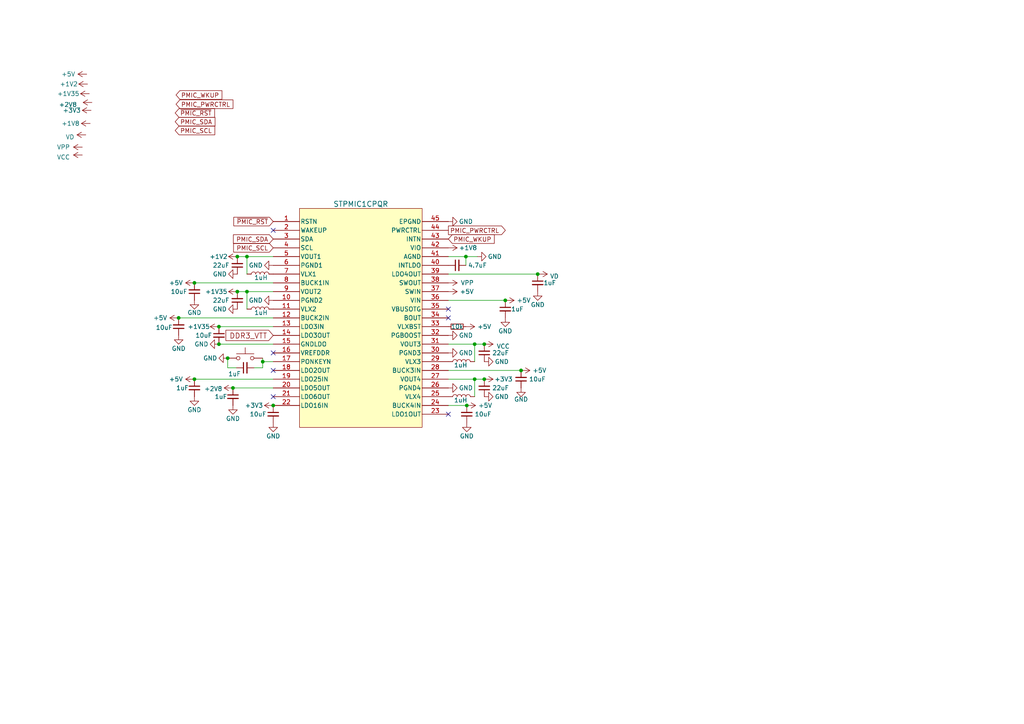
<source format=kicad_sch>
(kicad_sch (version 20231120) (generator "eeschema") (generator_version "8.0")
  (paper "A4")
  (lib_symbols
    (symbol "Device:C_Small" (pin_numbers hide) (pin_names (offset 0.254) hide)
      (property "Reference" "C" (at 0.254 1.778 0))
      (property "Value" "C_Small" (at 0.254 -2.032 0))
      (symbol "C_Small_0_1"
        (polyline (pts (xy -1.524 -0.508) (xy 1.524 -0.508)) (stroke (width 0.3302)))
        (polyline (pts (xy -1.524 0.508) (xy 1.524 0.508)) (stroke (width 0.3048)))
      )
      (symbol "C_Small_1_1"
        (pin passive line (at 0 2.54 270) (length 2.032) (name "~") (number "1"))
        (pin passive line (at 0 -2.54 90) (length 2.032) (name "~") (number "2"))
      )
    )
    (symbol "Device:L" (pin_numbers hide) (pin_names (offset 1.016) hide)
      (property "Reference" "L" (at -1.27 0 90))
      (property "Value" "L" (at 1.905 0 90))
      (symbol "L_0_1"
        (arc (start 0 -2.54) (mid 0.6323 -1.905) (end 0 -1.27))
        (arc (start 0 -1.27) (mid 0.6323 -0.635) (end 0 0))
        (arc (start 0 0) (mid 0.6323 0.635) (end 0 1.27))
        (arc (start 0 1.27) (mid 0.6323 1.905) (end 0 2.54))
      )
      (symbol "L_1_1"
        (pin passive line (at 0 3.81 270) (length 1.27) (name "1") (number "1"))
        (pin passive line (at 0 -3.81 90) (length 1.27) (name "2") (number "2"))
      )
    )
    (symbol "Device:R_Small" (pin_numbers hide) (pin_names (offset 0.254) hide)
      (property "Reference" "R" (at 0.762 0.508 0))
      (property "Value" "R_Small" (at 0.762 -1.016 0))
      (symbol "R_Small_0_1"
        (rectangle (start -0.762 1.778) (end 0.762 -1.778) (stroke (width 0.2032)))
      )
      (symbol "R_Small_1_1"
        (pin passive line (at 0 2.54 270) (length 0.762) (name "~") (number "1"))
        (pin passive line (at 0 -2.54 90) (length 0.762) (name "~") (number "2"))
      )
    )
    (symbol "Switch:SW_Push" (pin_numbers hide) (pin_names (offset 1.016) hide)
      (property "Reference" "SW" (at 1.27 2.54 0))
      (property "Value" "SW_Push" (at 0 -1.524 0))
      (symbol "SW_Push_0_1"
        (circle (center -2.032 0) (radius 0.508))
        (polyline (pts (xy 0 1.27) (xy 0 3.048)))
        (polyline (pts (xy 2.54 1.27) (xy -2.54 1.27)))
        (circle (center 2.032 0) (radius 0.508))
        (pin passive line (at -5.08 0 0) (length 2.54) (name "1") (number "1"))
        (pin passive line (at 5.08 0 180) (length 2.54) (name "2") (number "2"))
      )
    )
    (symbol "new shii:STPMIC1CPQR" (pin_names (offset 0.254))
      (property "Reference" "U" (at 25.4 10.16 0))
      (property "Value" "STPMIC1CPQR" (at 25.4 7.62 0))
      (symbol "STPMIC1CPQR_0_1"
        (pin bidirectional line (at 0 0 0) (length 7.62) (name "RSTN") (number "1"))
        (pin power_in line (at 0 -22.86 0) (length 7.62) (name "PGND2") (number "10"))
        (pin output line (at 0 -25.4 0) (length 7.62) (name "VLX2") (number "11"))
        (pin input line (at 0 -27.94 0) (length 7.62) (name "BUCK2IN") (number "12"))
        (pin input line (at 0 -30.48 0) (length 7.62) (name "LDO3IN") (number "13"))
        (pin output line (at 0 -33.02 0) (length 7.62) (name "LDO3OUT") (number "14"))
        (pin power_in line (at 0 -35.56 0) (length 7.62) (name "GNDLDO") (number "15"))
        (pin output line (at 0 -38.1 0) (length 7.62) (name "VREFDDR") (number "16"))
        (pin input line (at 0 -40.64 0) (length 7.62) (name "PONKEYN") (number "17"))
        (pin output line (at 0 -43.18 0) (length 7.62) (name "LDO2OUT") (number "18"))
        (pin input line (at 0 -45.72 0) (length 7.62) (name "LDO25IN") (number "19"))
        (pin input line (at 0 -2.54 0) (length 7.62) (name "WAKEUP") (number "2"))
        (pin output line (at 0 -48.26 0) (length 7.62) (name "LDO5OUT") (number "20"))
        (pin output line (at 0 -50.8 0) (length 7.62) (name "LDO6OUT") (number "21"))
        (pin input line (at 0 -53.34 0) (length 7.62) (name "LDO16IN") (number "22"))
        (pin output line (at 50.8 -55.88 180) (length 7.62) (name "LDO1OUT") (number "23"))
        (pin input line (at 50.8 -53.34 180) (length 7.62) (name "BUCK4IN") (number "24"))
        (pin output line (at 50.8 -50.8 180) (length 7.62) (name "VLX4") (number "25"))
        (pin power_in line (at 50.8 -48.26 180) (length 7.62) (name "PGND4") (number "26"))
        (pin output line (at 50.8 -45.72 180) (length 7.62) (name "VOUT4") (number "27"))
        (pin input line (at 50.8 -43.18 180) (length 7.62) (name "BUCK3IN") (number "28"))
        (pin output line (at 50.8 -40.64 180) (length 7.62) (name "VLX3") (number "29"))
        (pin bidirectional line (at 0 -5.08 0) (length 7.62) (name "SDA") (number "3"))
        (pin power_in line (at 50.8 -38.1 180) (length 7.62) (name "PGND3") (number "30"))
        (pin output line (at 50.8 -35.56 180) (length 7.62) (name "VOUT3") (number "31"))
        (pin unspecified line (at 50.8 -33.02 180) (length 7.62) (name "PGBOOST") (number "32"))
        (pin input line (at 50.8 -30.48 180) (length 7.62) (name "VLXBST") (number "33"))
        (pin output line (at 50.8 -27.94 180) (length 7.62) (name "BOUT") (number "34"))
        (pin output line (at 50.8 -25.4 180) (length 7.62) (name "VBUSOTG") (number "35"))
        (pin input line (at 50.8 -22.86 180) (length 7.62) (name "VIN") (number "36"))
        (pin input line (at 50.8 -20.32 180) (length 7.62) (name "SWIN") (number "37"))
        (pin output line (at 50.8 -17.78 180) (length 7.62) (name "SWOUT") (number "38"))
        (pin output line (at 50.8 -15.24 180) (length 7.62) (name "LDO4OUT") (number "39"))
        (pin input line (at 0 -7.62 0) (length 7.62) (name "SCL") (number "4"))
        (pin output line (at 50.8 -12.7 180) (length 7.62) (name "INTLDO") (number "40"))
        (pin power_in line (at 50.8 -10.16 180) (length 7.62) (name "AGND") (number "41"))
        (pin input line (at 50.8 -7.62 180) (length 7.62) (name "VIO") (number "42"))
        (pin output line (at 50.8 -5.08 180) (length 7.62) (name "INTN") (number "43"))
        (pin input line (at 50.8 -2.54 180) (length 7.62) (name "PWRCTRL") (number "44"))
        (pin power_out line (at 50.8 0 180) (length 7.62) (name "EPGND") (number "45"))
        (pin output line (at 0 -10.16 0) (length 7.62) (name "VOUT1") (number "5"))
        (pin power_in line (at 0 -12.7 0) (length 7.62) (name "PGND1") (number "6"))
        (pin output line (at 0 -15.24 0) (length 7.62) (name "VLX1") (number "7"))
        (pin input line (at 0 -17.78 0) (length 7.62) (name "BUCK1IN") (number "8"))
        (pin output line (at 0 -20.32 0) (length 7.62) (name "VOUT2") (number "9"))
      )
      (symbol "STPMIC1CPQR_1_1"
        (rectangle (start 7.62 3.81) (end 43.18 -59.69) (fill (type background)))
      )
    )
    (symbol "power:+1V2" (power) (pin_names (offset 0))
      (property "Value" "+1V2" (at 0 3.556 0))
      (symbol "+1V2_0_1"
        (polyline (pts (xy -0.762 1.27) (xy 0 2.54)))
        (polyline (pts (xy 0 0) (xy 0 2.54)))
        (polyline (pts (xy 0 2.54) (xy 0.762 1.27)))
      )
      (symbol "+1V2_1_1"
        (pin power_in line (at 0 0 90) (length 0) hide (name "+1V2") (number "1"))
      )
    )
    (symbol "power:+1V35" (power) (pin_names (offset 0))
      (property "Value" "+1V35" (at 0 3.556 0))
      (symbol "+1V35_0_1"
        (polyline (pts (xy -0.762 1.27) (xy 0 2.54)))
        (polyline (pts (xy 0 0) (xy 0 2.54)))
        (polyline (pts (xy 0 2.54) (xy 0.762 1.27)))
      )
      (symbol "+1V35_1_1"
        (pin power_in line (at 0 0 90) (length 0) hide (name "+1V35") (number "1"))
      )
    )
    (symbol "power:+1V8" (power) (pin_names (offset 0))
      (property "Value" "+1V8" (at 0 3.556 0))
      (symbol "+1V8_0_1"
        (polyline (pts (xy -0.762 1.27) (xy 0 2.54)))
        (polyline (pts (xy 0 0) (xy 0 2.54)))
        (polyline (pts (xy 0 2.54) (xy 0.762 1.27)))
      )
      (symbol "+1V8_1_1"
        (pin power_in line (at 0 0 90) (length 0) hide (name "+1V8") (number "1"))
      )
    )
    (symbol "power:+2V8" (power) (pin_names (offset 0))
      (property "Value" "+2V8" (at 0 3.556 0))
      (symbol "+2V8_0_1"
        (polyline (pts (xy -0.762 1.27) (xy 0 2.54)))
        (polyline (pts (xy 0 0) (xy 0 2.54)))
        (polyline (pts (xy 0 2.54) (xy 0.762 1.27)))
      )
      (symbol "+2V8_1_1"
        (pin power_in line (at 0 0 90) (length 0) hide (name "+2V8") (number "1"))
      )
    )
    (symbol "power:+3V3" (power) (pin_names (offset 0))
      (property "Value" "+3V3" (at 0 3.556 0))
      (symbol "+3V3_0_1"
        (polyline (pts (xy -0.762 1.27) (xy 0 2.54)))
        (polyline (pts (xy 0 0) (xy 0 2.54)))
        (polyline (pts (xy 0 2.54) (xy 0.762 1.27)))
      )
      (symbol "+3V3_1_1"
        (pin power_in line (at 0 0 90) (length 0) hide (name "+3V3") (number "1"))
      )
    )
    (symbol "power:+5V" (power) (pin_names (offset 0))
      (property "Value" "+5V" (at 0 3.556 0))
      (symbol "+5V_0_1"
        (polyline (pts (xy -0.762 1.27) (xy 0 2.54)))
        (polyline (pts (xy 0 0) (xy 0 2.54)))
        (polyline (pts (xy 0 2.54) (xy 0.762 1.27)))
      )
      (symbol "+5V_1_1"
        (pin power_in line (at 0 0 90) (length 0) hide (name "+5V") (number "1"))
      )
    )
    (symbol "power:GND" (power) (pin_names (offset 0))
      (property "Value" "GND" (at 0 -3.81 0))
      (symbol "GND_0_1"
        (polyline (pts (xy 0 0) (xy 0 -1.27) (xy 1.27 -1.27) (xy 0 -2.54) (xy -1.27 -1.27) (xy 0 -1.27)))
      )
      (symbol "GND_1_1"
        (pin power_in line (at 0 0 270) (length 0) hide (name "GND") (number "1"))
      )
    )
    (symbol "power:VCC" (power) (pin_names (offset 0))
      (property "Value" "VCC" (at 0 3.81 0))
      (symbol "VCC_0_1"
        (polyline (pts (xy -0.762 1.27) (xy 0 2.54)))
        (polyline (pts (xy 0 0) (xy 0 2.54)))
        (polyline (pts (xy 0 2.54) (xy 0.762 1.27)))
      )
      (symbol "VCC_1_1"
        (pin power_in line (at 0 0 90) (length 0) hide (name "VCC") (number "1"))
      )
    )
    (symbol "power:VD" (power) (pin_names (offset 0))
      (property "Value" "VD" (at 0 3.81 0))
      (symbol "VD_0_1"
        (polyline (pts (xy -0.762 1.27) (xy 0 2.54)))
        (polyline (pts (xy 0 0) (xy 0 2.54)))
        (polyline (pts (xy 0 2.54) (xy 0.762 1.27)))
      )
      (symbol "VD_1_1"
        (pin power_in line (at 0 0 90) (length 0) hide (name "VD") (number "1"))
      )
    )
    (symbol "power:VPP" (power) (pin_names (offset 0))
      (property "Value" "VPP" (at 0 3.81 0))
      (symbol "VPP_0_1"
        (polyline (pts (xy -0.762 1.27) (xy 0 2.54)))
        (polyline (pts (xy 0 0) (xy 0 2.54)))
        (polyline (pts (xy 0 2.54) (xy 0.762 1.27)))
      )
      (symbol "VPP_1_1"
        (pin power_in line (at 0 0 90) (length 0) hide (name "VPP") (number "1"))
      )
    )
  )
  (junction (at 135.382 117.602))
  (junction (at 151.13 107.442))
  (junction (at 71.628 84.582))
  (junction (at 137.668 109.982))
  (junction (at 140.462 99.822))
  (junction (at 155.956 79.502))
  (junction (at 137.668 99.822))
  (junction (at 68.834 84.582))
  (junction (at 79.248 117.602))
  (junction (at 68.834 74.422))
  (junction (at 66.04 103.886))
  (junction (at 51.816 92.202))
  (junction (at 63.5 94.742))
  (junction (at 146.558 87.122))
  (junction (at 135.128 74.422))
  (junction (at 140.462 109.982))
  (junction (at 56.388 82.042))
  (junction (at 56.388 109.982))
  (junction (at 76.2 104.902))
  (junction (at 67.564 112.522))
  (junction (at 71.628 74.422))
  (junction (at 63.5 99.822))
  (no_connect (at 79.248 115.062))
  (no_connect (at 79.248 66.802))
  (no_connect (at 130.048 89.662))
  (no_connect (at 130.048 120.142))
  (no_connect (at 79.248 102.362))
  (no_connect (at 130.048 92.202))
  (no_connect (at 79.248 107.442))
  (wire (pts (xy 63.5 94.742) (xy 79.248 94.742)))
  (wire (pts (xy 135.128 74.422) (xy 135.128 76.962)))
  (wire (pts (xy 66.04 103.886) (xy 66.04 106.68)))
  (wire (pts (xy 130.048 107.442) (xy 151.13 107.442)))
  (wire (pts (xy 76.2 104.902) (xy 76.2 106.68)))
  (wire (pts (xy 79.248 74.422) (xy 71.628 74.422)))
  (wire (pts (xy 130.048 87.122) (xy 146.558 87.122)))
  (wire (pts (xy 56.388 82.042) (xy 79.248 82.042)))
  (wire (pts (xy 137.668 109.982) (xy 140.462 109.982)))
  (wire (pts (xy 67.564 112.522) (xy 79.248 112.522)))
  (wire (pts (xy 156.21 79.502) (xy 155.956 79.502)))
  (wire (pts (xy 79.248 84.582) (xy 71.628 84.582)))
  (wire (pts (xy 56.388 109.982) (xy 79.248 109.982)))
  (wire (pts (xy 71.628 84.582) (xy 71.628 89.662)))
  (wire (pts (xy 130.048 117.602) (xy 135.382 117.602)))
  (wire (pts (xy 66.04 106.68) (xy 68.58 106.68)))
  (wire (pts (xy 137.668 99.822) (xy 137.668 104.902)))
  (wire (pts (xy 76.2 103.886) (xy 76.2 104.902)))
  (wire (pts (xy 51.816 92.202) (xy 79.248 92.202)))
  (wire (pts (xy 71.628 74.422) (xy 71.628 79.502)))
  (wire (pts (xy 130.048 99.822) (xy 137.668 99.822)))
  (wire (pts (xy 71.628 84.582) (xy 68.834 84.582)))
  (wire (pts (xy 130.048 79.502) (xy 155.956 79.502)))
  (wire (pts (xy 76.2 106.68) (xy 73.66 106.68)))
  (wire (pts (xy 135.128 74.422) (xy 130.048 74.422)))
  (wire (pts (xy 137.668 99.822) (xy 140.462 99.822)))
  (wire (pts (xy 71.628 74.422) (xy 68.834 74.422)))
  (wire (pts (xy 137.668 109.982) (xy 137.668 115.062)))
  (wire (pts (xy 63.5 99.822) (xy 79.248 99.822)))
  (wire (pts (xy 130.048 109.982) (xy 137.668 109.982)))
  (wire (pts (xy 76.2 104.902) (xy 79.248 104.902)))
  (wire (pts (xy 138.43 74.422) (xy 135.128 74.422)))
  (global_label "PMIC_PWRCTRL" (shape input) (at 51.054 30.226 0) (property "Intersheetrefs" "${INTERSHEET_REFS}" (effects (hide yes))))
  (global_label "PMIC_WKUP" (shape input) (at 130.048 69.342 0) (property "Intersheetrefs" "${INTERSHEET_REFS}" (effects (hide yes))))
  (global_label "DDR3_VTT" (shape input) (at 79.248 97.282 180) (effects (font (size 1.524 1.524))) (property "Intersheetrefs" "${INTERSHEET_REFS}" (effects (hide yes))))
  (global_label "PMIC_SDA" (shape input) (at 50.8 35.306 0) (property "Intersheetrefs" "${INTERSHEET_REFS}" (effects (hide yes))))
  (global_label "PMIC_WKUP" (shape input) (at 51.0538 27.5477 0) (property "Intersheetrefs" "${INTERSHEET_REFS}" (effects (hide yes))))
  (global_label "~{PMIC_RST}" (shape input) (at 50.8 32.766 0) (property "Intersheetrefs" "${INTERSHEET_REFS}" (effects (hide yes))))
  (global_label "PMIC_SDA" (shape input) (at 79.248 69.342 180) (property "Intersheetrefs" "${INTERSHEET_REFS}" (effects (hide yes))))
  (global_label "PMIC_SCL" (shape input) (at 50.8 37.846 0) (property "Intersheetrefs" "${INTERSHEET_REFS}" (effects (hide yes))))
  (global_label "~{PMIC_RST}" (shape input) (at 79.248 64.262 180) (property "Intersheetrefs" "${INTERSHEET_REFS}" (effects (hide yes))))
  (global_label "PMIC_PWRCTRL" (shape output) (at 130.048 66.802 0) (property "Intersheetrefs" "${INTERSHEET_REFS}" (effects (hide yes))))
  (global_label "PMIC_SCL" (shape input) (at 79.248 71.882 180) (property "Intersheetrefs" "${INTERSHEET_REFS}" (effects (hide yes))))
  (symbol (lib_id "power:+1V2") (at 68.834 74.422 90) (unit 1)
    (property "Reference" "#PWR065" (effects (hide yes)))
    (property "Value" "+1V2" (at 66.04 74.422 90) (effects (justify left)))
  )
  (symbol (lib_id "power:GND") (at 51.816 97.282 0) (unit 1)
    (property "Reference" "#PWR037" (effects (hide yes)))
    (property "Value" "GND" (at 51.816 101.092 0))
    (instances (project "SYNC_VT" (path "" (reference "#PWR037") (unit 1))) (project "DFTBoard" (path "" (reference "#PWR0155") (unit 1))))
  )
  (symbol (lib_id "Device:C_Small") (at 151.13 109.982 0) (mirror x) (unit 1)
    (property "Reference" "C27" (effects (hide yes)))
    (property "Value" "10uF" (at 153.416 109.982 0) (effects (justify left)))
    (property "Footprint" "Capacitor_SMD:C_0402_1005Metric" (effects (hide yes)))
    (property "Datasheet" "GRM155R60J106ME44D" (effects (hide yes)))
  )
  (symbol (lib_id "Device:L") (at 133.858 104.902 90) (unit 1)
    (property "Reference" "L1" (effects (hide yes)))
    (property "Value" "1uH" (at 133.604 105.918 90))
    (property "Footprint" "Inductor_SMD:L_1008_2520Metric" (effects (hide yes)))
    (property "Datasheet" "MLP2520S1R0MT0S1" (effects (hide yes)))
  )
  (symbol (lib_id "power:GND") (at 67.564 117.602 0) (unit 1)
    (property "Reference" "#PWR072" (effects (hide yes)))
    (property "Value" "GND" (at 67.564 121.412 0))
    (instances (project "SYNC_VT" (path "" (reference "#PWR072") (unit 1))) (project "DFTBoard" (path "" (reference "#PWR0155") (unit 1))))
  )
  (symbol (lib_id "power:GND") (at 130.048 64.262 90) (mirror x) (unit 1)
    (property "Reference" "#PWR068" (effects (hide yes)))
    (property "Value" "GND" (at 135.128 64.262 90))
    (instances (project "SYNC_VT" (path "" (reference "#PWR068") (unit 1))) (project "DFTBoard" (path "" (reference "#PWR0155") (unit 1))))
  )
  (symbol (lib_id "Device:R_Small") (at 132.588 94.742 90) (mirror x) (unit 1)
    (property "Reference" "R35" (effects (hide yes)))
    (property "Value" "10k" (at 132.588 94.742 90))
    (property "Footprint" "Resistor_SMD:R_0805_2012Metric" (effects (hide yes)))
    (property "Datasheet" "0805W8F1002T5E" (effects (hide yes)))
    (property "MFR" "Yageo" (effects (hide yes)))
    (property "MPN" "RT0402BRD0720KL" (effects (hide yes)))
    (property "SPR" "Digikey" (effects (hide yes)))
    (property "SPN" "YAG1388CT-ND" (effects (hide yes)))
    (property "SPURL" "-" (effects (hide yes)))
    (instances (project "SYNC_VT" (path "" (reference "R35") (unit 1))) (project "DFTBoard" (path "" (reference "R?") (unit 1)) (path "" (reference "R25") (unit 1)) (path "" (reference "R?") (unit 1))))
  )
  (symbol (lib_id "Device:C_Small") (at 140.462 102.362 0) (mirror x) (unit 1)
    (property "Reference" "C32" (effects (hide yes)))
    (property "Value" "22uF" (at 142.748 102.362 0) (effects (justify left)))
    (property "Footprint" "Capacitor_SMD:C_0805_2012Metric" (effects (hide yes)))
    (property "Datasheet" "CL21A226MAQNNNE" (effects (hide yes)))
  )
  (symbol (lib_id "power:+5V") (at 135.382 117.602 270) (mirror x) (unit 1)
    (property "Reference" "#PWR040" (effects (hide yes)))
    (property "Value" "+5V" (at 138.684 117.602 90) (effects (justify left)))
  )
  (symbol (lib_id "power:+1V8") (at 26.162 35.814 90) (mirror x) (unit 1)
    (property "Reference" "#PWR081" (effects (hide yes)))
    (property "Value" "+1V8" (at 23.114 35.814 90) (effects (justify left)))
  )
  (symbol (lib_id "power:+1V2") (at 25.4 24.384 90) (unit 1)
    (property "Reference" "#PWR077" (effects (hide yes)))
    (property "Value" "+1V2" (at 22.606 24.384 90) (effects (justify left)))
  )
  (symbol (lib_id "power:VPP") (at 23.876 42.672 90) (mirror x) (unit 1)
    (property "Reference" "#PWR0115" (effects (hide yes)))
    (property "Value" "VPP" (at 20.32 42.672 90) (effects (justify left)))
  )
  (symbol (lib_id "power:+5V") (at 56.388 82.042 90) (unit 1)
    (property "Reference" "#PWR041" (effects (hide yes)))
    (property "Value" "+5V" (at 53.086 82.042 90) (effects (justify left)))
  )
  (symbol (lib_id "power:GND") (at 151.13 112.522 0) (mirror y) (unit 1)
    (property "Reference" "#PWR042" (effects (hide yes)))
    (property "Value" "GND" (at 151.13 115.824 0))
    (instances (project "SYNC_VT" (path "" (reference "#PWR042") (unit 1))) (project "DFTBoard" (path "" (reference "#PWR0155") (unit 1))))
  )
  (symbol (lib_id "Device:C_Small") (at 135.382 120.142 0) (mirror x) (unit 1)
    (property "Reference" "C26" (effects (hide yes)))
    (property "Value" "10uF" (at 137.668 120.142 0) (effects (justify left)))
    (property "Footprint" "Capacitor_SMD:C_0402_1005Metric" (effects (hide yes)))
    (property "Datasheet" "GRM155R60J106ME44D" (effects (hide yes)))
  )
  (symbol (lib_id "power:+3V3") (at 26.416 32.004 90) (unit 1)
    (property "Reference" "#PWR080" (effects (hide yes)))
    (property "Value" "+3V3" (at 20.828 32.004 90))
    (instances (project "SYNC_VT" (path "" (reference "#PWR080") (unit 1))) (project "DFTBoard" (path "" (reference "#PWR?") (unit 1)) (path "" (reference "#PWR0225") (unit 1))))
  )
  (symbol (lib_id "power:GND") (at 68.834 79.502 270) (unit 1)
    (property "Reference" "#PWR066" (effects (hide yes)))
    (property "Value" "GND" (at 63.754 79.502 90))
    (instances (project "SYNC_VT" (path "" (reference "#PWR066") (unit 1))) (project "DFTBoard" (path "" (reference "#PWR0155") (unit 1))))
  )
  (symbol (lib_id "power:GND") (at 66.04 103.886 270) (unit 1)
    (property "Reference" "#PWR084" (effects (hide yes)))
    (property "Value" "GND" (at 60.96 103.886 90))
    (instances (project "SYNC_VT" (path "" (reference "#PWR084") (unit 1))) (project "DFTBoard" (path "" (reference "#PWR0155") (unit 1))))
  )
  (symbol (lib_id "Device:C_Small") (at 51.816 94.742 180) (unit 1)
    (property "Reference" "C24" (effects (hide yes)))
    (property "Value" "10uF" (at 50.038 94.996 0) (effects (justify left)))
    (property "Footprint" "Capacitor_SMD:C_0402_1005Metric" (effects (hide yes)))
    (property "Datasheet" "GRM155R60J106ME44D" (effects (hide yes)))
  )
  (symbol (lib_id "Device:C_Small") (at 56.388 112.522 0) (unit 1)
    (property "Reference" "C30" (effects (hide yes)))
    (property "Value" "1uF" (at 51.054 112.522 0) (effects (justify left)))
    (property "Footprint" "Capacitor_SMD:C_0402_1005Metric" (effects (hide yes)))
    (property "Datasheet" "CL05A105KA5NQNC" (effects (hide yes)))
  )
  (symbol (lib_id "Device:C_Small") (at 146.558 89.662 0) (mirror y) (unit 1)
    (property "Reference" "C31" (effects (hide yes)))
    (property "Value" "1uF" (at 151.892 89.662 0) (effects (justify left)))
    (property "Footprint" "Capacitor_SMD:C_0402_1005Metric" (effects (hide yes)))
    (property "Datasheet" "CL05A105KA5NQNC" (effects (hide yes)))
  )
  (symbol (lib_id "power:GND") (at 138.43 74.422 90) (mirror x) (unit 1)
    (property "Reference" "#PWR083" (effects (hide yes)))
    (property "Value" "GND" (at 143.51 74.422 90))
    (instances (project "SYNC_VT" (path "" (reference "#PWR083") (unit 1))) (project "DFTBoard" (path "" (reference "#PWR0155") (unit 1))))
  )
  (symbol (lib_id "Device:C_Small") (at 68.834 76.962 180) (unit 1)
    (property "Reference" "C35" (effects (hide yes)))
    (property "Value" "22uF" (at 66.548 76.962 0) (effects (justify left)))
    (property "Footprint" "Capacitor_SMD:C_0805_2012Metric" (effects (hide yes)))
    (property "Datasheet" "CL21A226MAQNNNE" (effects (hide yes)))
  )
  (symbol (lib_id "power:GND") (at 63.5 99.822 270) (unit 1)
    (property "Reference" "#PWR047" (effects (hide yes)))
    (property "Value" "GND" (at 58.42 99.822 90))
    (instances (project "SYNC_VT" (path "" (reference "#PWR047") (unit 1))) (project "DFTBoard" (path "" (reference "#PWR0155") (unit 1))))
  )
  (symbol (lib_id "power:+2V8") (at 67.564 112.522 90) (unit 1)
    (property "Reference" "#PWR071" (effects (hide yes)))
    (property "Value" "+2V8" (at 64.516 112.776 90) (effects (justify left)))
  )
  (symbol (lib_id "power:+5V") (at 135.128 94.742 270) (mirror x) (unit 1)
    (property "Reference" "#PWR044" (effects (hide yes)))
    (property "Value" "+5V" (at 138.43 94.742 90) (effects (justify left)))
  )
  (symbol (lib_id "power:+3V3") (at 140.462 109.982 270) (mirror x) (unit 1)
    (property "Reference" "#PWR060" (effects (hide yes)))
    (property "Value" "+3V3" (at 146.05 109.982 90))
    (instances (project "SYNC_VT" (path "" (reference "#PWR060") (unit 1))) (project "DFTBoard" (path "" (reference "#PWR?") (unit 1)) (path "" (reference "#PWR0225") (unit 1))))
  )
  (symbol (lib_id "power:+5V") (at 25.1655 21.5076 90) (unit 1)
    (property "Reference" "#PWR076" (effects (hide yes)))
    (property "Value" "+5V" (at 21.8635 21.5076 90) (effects (justify left)))
  )
  (symbol (lib_id "power:GND") (at 79.248 122.682 0) (unit 1)
    (property "Reference" "#PWR050" (effects (hide yes)))
    (property "Value" "GND" (at 79.248 126.492 0))
    (instances (project "SYNC_VT" (path "" (reference "#PWR050") (unit 1))) (project "DFTBoard" (path "" (reference "#PWR0155") (unit 1))))
  )
  (symbol (lib_id "Device:C_Small") (at 155.956 82.042 0) (mirror y) (unit 1)
    (property "Reference" "C38" (effects (hide yes)))
    (property "Value" "1uF" (at 161.29 82.042 0) (effects (justify left)))
    (property "Footprint" "Capacitor_SMD:C_0402_1005Metric" (effects (hide yes)))
    (property "Datasheet" "CL05A105KA5NQNC" (effects (hide yes)))
  )
  (symbol (lib_id "power:GND") (at 130.048 97.282 90) (mirror x) (unit 1)
    (property "Reference" "#PWR045" (effects (hide yes)))
    (property "Value" "GND" (at 135.128 97.282 90))
    (instances (project "SYNC_VT" (path "" (reference "#PWR045") (unit 1))) (project "DFTBoard" (path "" (reference "#PWR0155") (unit 1))))
  )
  (symbol (lib_id "power:GND") (at 68.834 89.662 270) (unit 1)
    (property "Reference" "#PWR064" (effects (hide yes)))
    (property "Value" "GND" (at 63.754 89.662 90))
    (instances (project "SYNC_VT" (path "" (reference "#PWR064") (unit 1))) (project "DFTBoard" (path "" (reference "#PWR0155") (unit 1))))
  )
  (symbol (lib_id "power:GND") (at 135.382 122.682 0) (mirror y) (unit 1)
    (property "Reference" "#PWR039" (effects (hide yes)))
    (property "Value" "GND" (at 135.382 126.492 0))
    (instances (project "SYNC_VT" (path "" (reference "#PWR039") (unit 1))) (project "DFTBoard" (path "" (reference "#PWR0155") (unit 1))))
  )
  (symbol (lib_id "power:GND") (at 130.048 112.522 90) (mirror x) (unit 1)
    (property "Reference" "#PWR059" (effects (hide yes)))
    (property "Value" "GND" (at 135.128 112.522 90))
    (instances (project "SYNC_VT" (path "" (reference "#PWR059") (unit 1))) (project "DFTBoard" (path "" (reference "#PWR0155") (unit 1))))
  )
  (symbol (lib_id "power:+2V8") (at 26.67 29.718 90) (unit 1)
    (property "Reference" "#PWR079" (effects (hide yes)))
    (property "Value" "+2V8" (at 22.352 30.353 90) (effects (justify left)))
  )
  (symbol (lib_id "Device:L") (at 75.438 89.662 270) (mirror x) (unit 1)
    (property "Reference" "L3" (effects (hide yes)))
    (property "Value" "1uH" (at 75.692 90.678 90))
    (property "Footprint" "Inductor_SMD:L_1008_2520Metric" (effects (hide yes)))
    (property "Datasheet" "MLP2520S1R0MT0S1" (effects (hide yes)))
  )
  (symbol (lib_id "power:+5V") (at 51.816 92.202 90) (unit 1)
    (property "Reference" "#PWR038" (effects (hide yes)))
    (property "Value" "+5V" (at 48.514 92.202 90) (effects (justify left)))
  )
  (symbol (lib_id "power:+1V35") (at 63.5 94.742 90) (unit 1)
    (property "Reference" "#PWR048" (effects (hide yes)))
    (property "Value" "+1V35" (at 57.658 94.742 90))
    (instances (project "SYNC_VT" (path "" (reference "#PWR048") (unit 1))) (project "DFTBoard" (path "" (reference "#PWR0158") (unit 1))))
  )
  (symbol (lib_id "Device:C_Small") (at 56.388 84.582 180) (unit 1)
    (property "Reference" "C25" (effects (hide yes)))
    (property "Value" "10uF" (at 54.356 84.582 0) (effects (justify left)))
    (property "Footprint" "Capacitor_SMD:C_0402_1005Metric" (effects (hide yes)))
    (property "Datasheet" "GRM155R60J106ME44D" (effects (hide yes)))
  )
  (symbol (lib_id "Device:C_Small") (at 71.12 106.68 90) (unit 1)
    (property "Reference" "C40" (effects (hide yes)))
    (property "Value" "1uF" (at 69.85 108.458 90) (effects (justify left)))
    (property "Footprint" "Capacitor_SMD:C_0402_1005Metric" (effects (hide yes)))
    (property "Datasheet" "CL05A105KA5NQNC" (effects (hide yes)))
  )
  (symbol (lib_id "power:+5V") (at 130.048 84.582 270) (mirror x) (unit 1)
    (property "Reference" "#PWR046" (effects (hide yes)))
    (property "Value" "+5V" (at 133.35 84.582 90) (effects (justify left)))
  )
  (symbol (lib_id "Device:L") (at 75.438 79.502 270) (mirror x) (unit 1)
    (property "Reference" "L4" (effects (hide yes)))
    (property "Value" "1uH" (at 75.692 80.518 90))
    (property "Footprint" "Inductor_SMD:L_1008_2520Metric" (effects (hide yes)))
    (property "Datasheet" "MLP2520S1R0MT0S1" (effects (hide yes)))
  )
  (symbol (lib_id "power:+5V") (at 151.13 107.442 270) (mirror x) (unit 1)
    (property "Reference" "#PWR043" (effects (hide yes)))
    (property "Value" "+5V" (at 154.432 107.442 90) (effects (justify left)))
  )
  (symbol (lib_id "power:+3V3") (at 79.248 117.602 90) (unit 1)
    (property "Reference" "#PWR049" (effects (hide yes)))
    (property "Value" "+3V3" (at 73.66 117.602 90))
    (instances (project "SYNC_VT" (path "" (reference "#PWR049") (unit 1))) (project "DFTBoard" (path "" (reference "#PWR?") (unit 1)) (path "" (reference "#PWR0225") (unit 1))))
  )
  (symbol (lib_id "power:VD") (at 24.892 39.116 90) (mirror x) (unit 1)
    (property "Reference" "#PWR082" (effects (hide yes)))
    (property "Value" "VD" (at 21.59 39.751 90) (effects (justify left)))
  )
  (symbol (lib_id "power:GND") (at 146.558 92.202 0) (mirror y) (unit 1)
    (property "Reference" "#PWR054" (effects (hide yes)))
    (property "Value" "GND" (at 146.558 96.012 0))
    (instances (project "SYNC_VT" (path "" (reference "#PWR054") (unit 1))) (project "DFTBoard" (path "" (reference "#PWR0155") (unit 1))))
  )
  (symbol (lib_id "power:+5V") (at 146.558 87.122 270) (mirror x) (unit 1)
    (property "Reference" "#PWR053" (effects (hide yes)))
    (property "Value" "+5V" (at 149.86 87.122 90) (effects (justify left)))
  )
  (symbol (lib_id "power:GND") (at 140.462 115.062 90) (mirror x) (unit 1)
    (property "Reference" "#PWR061" (effects (hide yes)))
    (property "Value" "GND" (at 145.542 115.062 90))
    (instances (project "SYNC_VT" (path "" (reference "#PWR061") (unit 1))) (project "DFTBoard" (path "" (reference "#PWR0155") (unit 1))))
  )
  (symbol (lib_id "power:VD") (at 156.21 79.502 270) (unit 1)
    (property "Reference" "#PWR074" (effects (hide yes)))
    (property "Value" "VD" (at 159.512 80.137 90) (effects (justify left)))
  )
  (symbol (lib_id "Device:C_Small") (at 79.248 120.142 0) (unit 1)
    (property "Reference" "C29" (effects (hide yes)))
    (property "Value" "10uF" (at 72.39 120.142 0) (effects (justify left)))
    (property "Footprint" "Capacitor_SMD:C_0402_1005Metric" (effects (hide yes)))
    (property "Datasheet" "GRM155R60J106ME44D" (effects (hide yes)))
  )
  (symbol (lib_id "power:VCC") (at 140.462 99.822 270) (unit 1)
    (property "Reference" "#PWR056" (effects (hide yes)))
    (property "Value" "VCC" (at 144.018 100.457 90) (effects (justify left)))
  )
  (symbol (lib_id "power:GND") (at 130.048 102.362 90) (mirror x) (unit 1)
    (property "Reference" "#PWR057" (effects (hide yes)))
    (property "Value" "GND" (at 135.128 102.362 90))
    (instances (project "SYNC_VT" (path "" (reference "#PWR057") (unit 1))) (project "DFTBoard" (path "" (reference "#PWR0155") (unit 1))))
  )
  (symbol (lib_id "power:GND") (at 79.248 87.122 270) (unit 1)
    (property "Reference" "#PWR062" (effects (hide yes)))
    (property "Value" "GND" (at 74.168 87.122 90))
    (instances (project "SYNC_VT" (path "" (reference "#PWR062") (unit 1))) (project "DFTBoard" (path "" (reference "#PWR0155") (unit 1))))
  )
  (symbol (lib_id "power:GND") (at 56.388 115.062 0) (unit 1)
    (property "Reference" "#PWR051" (effects (hide yes)))
    (property "Value" "GND" (at 56.388 118.872 0))
    (instances (project "SYNC_VT" (path "" (reference "#PWR051") (unit 1))) (project "DFTBoard" (path "" (reference "#PWR0155") (unit 1))))
  )
  (symbol (lib_id "power:+1V35") (at 25.908 27.178 90) (mirror x) (unit 1)
    (property "Reference" "#PWR078" (effects (hide yes)))
    (property "Value" "+1V35" (at 19.812 27.178 90))
    (instances (project "SYNC_VT" (path "" (reference "#PWR078") (unit 1))) (project "DFTBoard" (path "" (reference "#PWR0158") (unit 1))))
  )
  (symbol (lib_id "power:+1V8") (at 130.048 71.882 270) (unit 1)
    (property "Reference" "#PWR055" (effects (hide yes)))
    (property "Value" "+1V8" (at 133.096 71.882 90) (effects (justify left)))
  )
  (symbol (lib_id "power:GND") (at 79.248 76.962 270) (unit 1)
    (property "Reference" "#PWR067" (effects (hide yes)))
    (property "Value" "GND" (at 74.168 76.962 90))
    (instances (project "SYNC_VT" (path "" (reference "#PWR067") (unit 1))) (project "DFTBoard" (path "" (reference "#PWR0155") (unit 1))))
  )
  (symbol (lib_id "power:VPP") (at 130.048 82.042 270) (unit 1)
    (property "Reference" "#PWR0114" (effects (hide yes)))
    (property "Value" "VPP" (at 133.604 82.042 90) (effects (justify left)))
  )
  (symbol (lib_id "Device:C_Small") (at 132.588 76.962 90) (mirror x) (unit 1)
    (property "Reference" "C39" (effects (hide yes)))
    (property "Value" "4.7uF" (at 141.224 76.962 90) (effects (justify left)))
    (property "Footprint" "Capacitor_SMD:C_0201_0603Metric" (effects (hide yes)))
    (property "Datasheet" "CGA0201X5R475M6R3ET" (effects (hide yes)))
  )
  (symbol (lib_id "new shii:STPMIC1CPQR") (at 79.248 64.262 0) (unit 1)
    (property "Reference" "U5" (effects (hide yes)))
    (property "Value" "STPMIC1CPQR" (at 104.648 59.182 0) (effects (font (size 1.524 1.524))))
    (property "Footprint" "Sync_VT extras:44-WFQFN (5x6)" (effects (hide yes)))
    (property "Datasheet" "STPMIC1CPQR" (effects (hide yes)))
  )
  (symbol (lib_id "Device:C_Small") (at 63.5 97.282 0) (unit 1)
    (property "Reference" "C28" (effects (hide yes)))
    (property "Value" "10uF" (at 56.642 97.282 0) (effects (justify left)))
    (property "Footprint" "Capacitor_SMD:C_0402_1005Metric" (effects (hide yes)))
    (property "Datasheet" "GRM155R60J106ME44D" (effects (hide yes)))
  )
  (symbol (lib_id "power:+1V35") (at 68.834 84.582 90) (mirror x) (unit 1)
    (property "Reference" "#PWR063" (effects (hide yes)))
    (property "Value" "+1V35" (at 62.738 84.582 90))
    (instances (project "SYNC_VT" (path "" (reference "#PWR063") (unit 1))) (project "DFTBoard" (path "" (reference "#PWR0158") (unit 1))))
  )
  (symbol (lib_id "power:VCC") (at 23.876 44.958 90) (unit 1)
    (property "Reference" "#PWR0124" (effects (hide yes)))
    (property "Value" "VCC" (at 20.32 45.593 90) (effects (justify left)))
  )
  (symbol (lib_id "Device:C_Small") (at 67.564 115.062 0) (unit 1)
    (property "Reference" "C37" (effects (hide yes)))
    (property "Value" "1uF" (at 62.23 115.062 0) (effects (justify left)))
    (property "Footprint" "Capacitor_SMD:C_0402_1005Metric" (effects (hide yes)))
    (property "Datasheet" "CL05A105KA5NQNC" (effects (hide yes)))
  )
  (symbol (lib_id "Device:C_Small") (at 68.834 87.122 180) (unit 1)
    (property "Reference" "C34" (effects (hide yes)))
    (property "Value" "22uF" (at 66.548 87.122 0) (effects (justify left)))
    (property "Footprint" "Capacitor_SMD:C_0805_2012Metric" (effects (hide yes)))
    (property "Datasheet" "CL21A226MAQNNNE" (effects (hide yes)))
  )
  (symbol (lib_id "power:GND") (at 155.956 84.582 0) (mirror y) (unit 1)
    (property "Reference" "#PWR075" (effects (hide yes)))
    (property "Value" "GND" (at 155.956 88.392 0))
    (instances (project "SYNC_VT" (path "" (reference "#PWR075") (unit 1))) (project "DFTBoard" (path "" (reference "#PWR0155") (unit 1))))
  )
  (symbol (lib_id "Device:L") (at 133.858 115.062 90) (unit 1)
    (property "Reference" "L2" (effects (hide yes)))
    (property "Value" "1uH" (at 133.604 116.078 90))
    (property "Footprint" "Inductor_SMD:L_1008_2520Metric" (effects (hide yes)))
    (property "Datasheet" "MLP2520S1R0MT0S1" (effects (hide yes)))
  )
  (symbol (lib_id "power:+5V") (at 56.388 109.982 90) (unit 1)
    (property "Reference" "#PWR052" (effects (hide yes)))
    (property "Value" "+5V" (at 53.086 109.982 90) (effects (justify left)))
  )
  (symbol (lib_id "Device:C_Small") (at 140.462 112.522 0) (mirror x) (unit 1)
    (property "Reference" "C33" (effects (hide yes)))
    (property "Value" "22uF" (at 142.748 112.522 0) (effects (justify left)))
    (property "Footprint" "Capacitor_SMD:C_0805_2012Metric" (effects (hide yes)))
    (property "Datasheet" "CL21A226MAQNNNE" (effects (hide yes)))
  )
  (symbol (lib_id "power:GND") (at 56.388 87.122 0) (unit 1)
    (property "Reference" "#PWR036" (effects (hide yes)))
    (property "Value" "GND" (at 56.388 90.678 0))
    (instances (project "SYNC_VT" (path "" (reference "#PWR036") (unit 1))) (project "DFTBoard" (path "" (reference "#PWR0155") (unit 1))))
  )
  (symbol (lib_id "power:GND") (at 140.462 104.902 90) (mirror x) (unit 1)
    (property "Reference" "#PWR058" (effects (hide yes)))
    (property "Value" "GND" (at 145.542 104.902 90))
    (instances (project "SYNC_VT" (path "" (reference "#PWR058") (unit 1))) (project "DFTBoard" (path "" (reference "#PWR0155") (unit 1))))
  )
  (symbol (lib_id "Switch:SW_Push") (at 71.12 103.886 0) (mirror y) (unit 1)
    (property "Reference" "J2" (effects (hide yes)))
    (property "Value" "Button" (effects (hide yes)))
    (property "Footprint" "Button_Switch_SMD:SW_SPST_CK_KXT3" (effects (hide yes)))
    (property "Datasheet" "x" (effects (hide yes)))
    (property "LCSC" " " (effects (hide yes)))
    (instances (project "SYNC_VT" (path "" (reference "J2") (unit 1))) (project "AmogusPi_32" (path "" (reference "J7") (unit 1))) (project "EliteMicro2040" (path "" (reference "J1") (unit 1))))
  )
)
</source>
